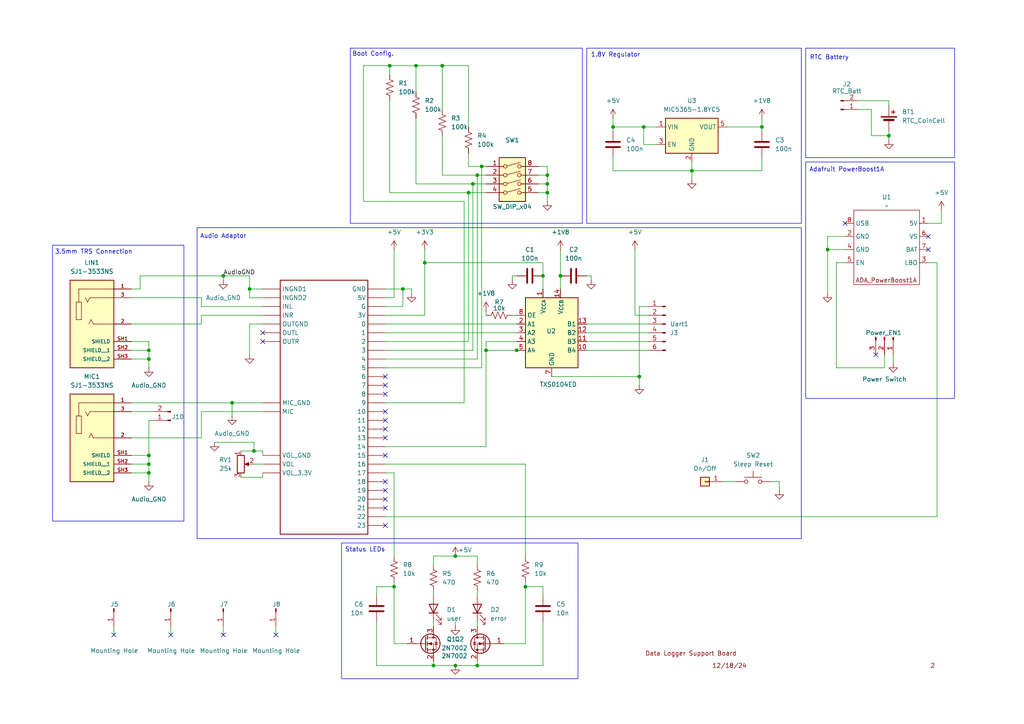
<source format=kicad_sch>
(kicad_sch (version 20250114) (generator "eeschema") (generator_version "9.0")
  (paper "A4")
  (lib_symbols
    (symbol "Audio:SJ1-3533NS" (pin_names (offset 1.016))
      (property "Reference" "J" (at -7.7005 10.9756 0))
      (property "Value" "SJ1-3533NS" (at -7.6873 -17.8265 0))
      (symbol "SJ1-3533NS_0_0"
        (pin passive line (at 10.16 7.62 180) (length 5.08) (name "~") (number "1"))
        (pin passive line (at 10.16 5.08 180) (length 5.08) (name "~") (number "3"))
        (pin passive line (at 10.16 -2.54 180) (length 5.08) (name "~") (number "2"))
        (pin passive line (at 10.16 -7.62 180) (length 5.08) (name "SHIELD") (number "SH1"))
        (pin passive line (at 10.16 -10.16 180) (length 5.08) (name "SHIELD__1") (number "SH2"))
        (pin passive line (at 10.16 -12.7 180) (length 5.08) (name "SHIELD__2") (number "SH3"))
      )
    )
    (symbol "Connector:Conn_01x01_Pin" (pin_names (offset 1.016) (hide yes))
      (property "Reference" "J" (at 0 2.54 0))
      (property "Value" "Conn_01x01_Pin" (at 0 -2.54 0))
      (symbol "Conn_01x01_Pin_1_1"
        (pin passive line (at 5.08 0 180) (length 3.81) (name "Pin_1") (number "1"))
      )
    )
    (symbol "Connector:Conn_01x02_Pin" (pin_names (offset 1.016) (hide yes))
      (property "Reference" "J" (at 0 2.54 0))
      (property "Value" "Conn_01x02_Pin" (at 0 -5.08 0))
      (symbol "Conn_01x02_Pin_1_1"
        (pin passive line (at 5.08 0 180) (length 3.81) (name "Pin_1") (number "1"))
        (pin passive line (at 5.08 -2.54 180) (length 3.81) (name "Pin_2") (number "2"))
      )
    )
    (symbol "Connector:Conn_01x03_Pin" (pin_names (offset 1.016) (hide yes))
      (property "Reference" "J" (at 0 5.08 0))
      (property "Value" "Conn_01x03_Pin" (at 0 -5.08 0))
      (symbol "Conn_01x03_Pin_1_1"
        (pin passive line (at 5.08 2.54 180) (length 3.81) (name "Pin_1") (number "1"))
        (pin passive line (at 5.08 0 180) (length 3.81) (name "Pin_2") (number "2"))
        (pin passive line (at 5.08 -2.54 180) (length 3.81) (name "Pin_3") (number "3"))
      )
    )
    (symbol "Connector:Conn_01x06_Pin" (pin_names (offset 1.016) (hide yes))
      (property "Reference" "J" (at 0 7.62 0))
      (property "Value" "Conn_01x06_Pin" (at 0 -10.16 0))
      (symbol "Conn_01x06_Pin_1_1"
        (pin passive line (at 5.08 5.08 180) (length 3.81) (name "Pin_1") (number "1"))
        (pin passive line (at 5.08 2.54 180) (length 3.81) (name "Pin_2") (number "2"))
        (pin passive line (at 5.08 0 180) (length 3.81) (name "Pin_3") (number "3"))
        (pin passive line (at 5.08 -2.54 180) (length 3.81) (name "Pin_4") (number "4"))
        (pin passive line (at 5.08 -5.08 180) (length 3.81) (name "Pin_5") (number "5"))
        (pin passive line (at 5.08 -7.62 180) (length 3.81) (name "Pin_6") (number "6"))
      )
    )
    (symbol "Connector_Generic:Conn_01x01" (pin_names (offset 1.016) (hide yes))
      (property "Reference" "J" (at 0 2.54 0))
      (property "Value" "Conn_01x01" (at 0 -2.54 0))
      (symbol "Conn_01x01_1_1"
        (pin passive line (at -5.08 0 0) (length 3.81) (name "Pin_1") (number "1"))
      )
    )
    (symbol "Dev_Boards:AUDIOSHIELD"
      (symbol "AUDIOSHIELD_1_0"
        (pin bidirectional line (at -17.78 35.56 0) (length 5.08) (name "GND") (number "GND"))
        (pin bidirectional line (at -17.78 33.02 0) (length 5.08) (name "5V") (number "5V"))
        (pin bidirectional line (at -17.78 30.48 0) (length 5.08) (name "G") (number "G"))
        (pin bidirectional line (at -17.78 27.94 0) (length 5.08) (name "3V") (number "3V"))
        (pin bidirectional line (at -17.78 25.4 0) (length 5.08) (name "0") (number "0"))
        (pin bidirectional line (at -17.78 22.86 0) (length 5.08) (name "1") (number "1"))
        (pin bidirectional line (at -17.78 20.32 0) (length 5.08) (name "2") (number "2"))
        (pin bidirectional line (at -17.78 17.78 0) (length 5.08) (name "3") (number "3"))
        (pin bidirectional line (at -17.78 15.24 0) (length 5.08) (name "4") (number "4"))
        (pin bidirectional line (at -17.78 12.7 0) (length 5.08) (name "5") (number "5"))
        (pin bidirectional line (at -17.78 10.16 0) (length 5.08) (name "6") (number "6"))
        (pin bidirectional line (at -17.78 7.62 0) (length 5.08) (name "7") (number "7"))
        (pin bidirectional line (at -17.78 5.08 0) (length 5.08) (name "8") (number "8"))
        (pin bidirectional line (at -17.78 2.54 0) (length 5.08) (name "9") (number "9"))
        (pin bidirectional line (at -17.78 0 0) (length 5.08) (name "10") (number "10"))
        (pin bidirectional line (at -17.78 -2.54 0) (length 5.08) (name "11") (number "11"))
        (pin bidirectional line (at -17.78 -5.08 0) (length 5.08) (name "12") (number "12"))
        (pin bidirectional line (at -17.78 -7.62 0) (length 5.08) (name "13") (number "13"))
        (pin bidirectional line (at -17.78 -10.16 0) (length 5.08) (name "14") (number "14"))
        (pin bidirectional line (at -17.78 -12.7 0) (length 5.08) (name "15") (number "15"))
        (pin bidirectional line (at -17.78 -15.24 0) (length 5.08) (name "16") (number "16"))
        (pin bidirectional line (at -17.78 -17.78 0) (length 5.08) (name "17") (number "17"))
        (pin bidirectional line (at -17.78 -20.32 0) (length 5.08) (name "18") (number "18"))
        (pin bidirectional line (at -17.78 -22.86 0) (length 5.08) (name "19") (number "19"))
        (pin bidirectional line (at -17.78 -25.4 0) (length 5.08) (name "20") (number "20"))
        (pin bidirectional line (at -17.78 -27.94 0) (length 5.08) (name "21") (number "21"))
        (pin bidirectional line (at -17.78 -30.48 0) (length 5.08) (name "22") (number "22"))
        (pin bidirectional line (at -17.78 -33.02 0) (length 5.08) (name "23") (number "23"))
        (pin bidirectional line (at 17.78 35.56 180) (length 5.08) (name "INGND1") (number "INGND1"))
        (pin bidirectional line (at 17.78 33.02 180) (length 5.08) (name "INGND2") (number "INGND2"))
        (pin input line (at 17.78 30.48 180) (length 5.08) (name "INL") (number "INL"))
        (pin input line (at 17.78 27.94 180) (length 5.08) (name "INR") (number "INR"))
        (pin bidirectional line (at 17.78 25.4 180) (length 5.08) (name "OUTGND") (number "OUTGND"))
        (pin output line (at 17.78 22.86 180) (length 5.08) (name "OUTL") (number "OUTL"))
        (pin output line (at 17.78 20.32 180) (length 5.08) (name "OUTR") (number "OUTR"))
        (pin bidirectional line (at 17.78 2.54 180) (length 5.08) (name "MIC_GND") (number "GND_MIC"))
        (pin input line (at 17.78 0 180) (length 5.08) (name "MIC") (number "MIC"))
        (pin bidirectional line (at 17.78 -12.7 180) (length 5.08) (name "VOL_GND") (number "VOL_GND"))
        (pin input line (at 17.78 -15.24 180) (length 5.08) (name "VOL") (number "VOL"))
        (pin bidirectional line (at 17.78 -17.78 180) (length 5.08) (name "VOL_3.3V") (number "VOL_3.3V"))
      )
    )
    (symbol "Dev_Boards:Ada_PWRboost1A"
      (property "Reference" "U" (at 1.016 8.89 0))
      (symbol "Ada_PWRboost1A_1_1"
        (text "ADA_PowerBoost1A" (at 1.778 -12.7 0) (effects (font (size 1.27 1.27))))
        (pin power_in line (at -10.16 3.81 0) (length 2.54) (name "USB") (number "8"))
        (pin power_in line (at -10.16 0 0) (length 2.54) (name "GND") (number "2"))
        (pin power_in line (at -10.16 -3.81 0) (length 2.54) (name "GND") (number "4"))
        (pin input line (at -10.16 -7.62 0) (length 2.54) (name "EN") (number "5"))
        (pin power_out line (at 13.97 3.81 180) (length 2.54) (name "5V") (number "1"))
        (pin power_out line (at 13.97 0 180) (length 2.54) (name "VS") (number "6"))
        (pin power_out line (at 13.97 -3.81 180) (length 2.54) (name "BAT") (number "7"))
        (pin output line (at 13.97 -7.62 180) (length 2.54) (name "LBO") (number "3"))
      )
    )
    (symbol "Device:Battery_Cell" (pin_numbers (hide yes)) (pin_names (offset 0) (hide yes))
      (property "Reference" "BT" (at 2.54 2.54 0))
      (property "Value" "Battery_Cell" (at 2.54 0 0))
      (symbol "Battery_Cell_1_1"
        (pin passive line (at 0 5.08 270) (length 2.54) (name "+") (number "1"))
        (pin passive line (at 0 -2.54 90) (length 2.54) (name "-") (number "2"))
      )
    )
    (symbol "Device:C" (pin_numbers (hide yes)) (pin_names (offset 0.254))
      (property "Reference" "C" (at 0.635 2.54 0))
      (property "Value" "C" (at 0.635 -2.54 0))
      (symbol "C_1_1"
        (pin passive line (at 0 3.81 270) (length 2.794) (name "~") (number "1"))
        (pin passive line (at 0 -3.81 90) (length 2.794) (name "~") (number "2"))
      )
    )
    (symbol "Device:LED" (pin_numbers (hide yes)) (pin_names (offset 1.016) (hide yes))
      (property "Reference" "D" (at 0 2.54 0))
      (property "Value" "LED" (at 0 -2.54 0))
      (symbol "LED_1_1"
        (pin passive line (at -3.81 0 0) (length 2.54) (name "K") (number "1"))
        (pin passive line (at 3.81 0 180) (length 2.54) (name "A") (number "2"))
      )
    )
    (symbol "Device:R_Potentiometer" (pin_names (offset 1.016) (hide yes))
      (property "Reference" "RV" (at -4.445 0 90))
      (property "Value" "R_Potentiometer" (at -2.54 0 90))
      (symbol "R_Potentiometer_1_1"
        (pin passive line (at 0 3.81 270) (length 1.27) (name "1") (number "1"))
        (pin passive line (at 0 -3.81 90) (length 1.27) (name "3") (number "3"))
        (pin passive line (at 3.81 0 180) (length 1.27) (name "2") (number "2"))
      )
    )
    (symbol "Device:R_US" (pin_numbers (hide yes)) (pin_names (offset 0))
      (property "Reference" "R" (at 2.54 0 90))
      (property "Value" "R_US" (at -2.54 0 90))
      (symbol "R_US_1_1"
        (pin passive line (at 0 3.81 270) (length 1.27) (name "~") (number "1"))
        (pin passive line (at 0 -3.81 90) (length 1.27) (name "~") (number "2"))
      )
    )
    (symbol "Logic_LevelTranslator:TXS0104ED"
      (property "Reference" "U" (at -7.62 11.43 0))
      (property "Value" "TXS0104ED" (at 3.81 11.43 0))
      (symbol "TXS0104ED_1_0"
        (pin no_connect line (at -7.62 -7.62 0) (length 2.54) (hide yes) (name "NC") (number "6"))
        (pin no_connect line (at 7.62 -7.62 180) (length 2.54) (hide yes) (name "NC") (number "9"))
      )
      (symbol "TXS0104ED_1_1"
        (pin input line (at -10.16 5.08 0) (length 2.54) (name "OE") (number "8"))
        (pin bidirectional line (at -10.16 2.54 0) (length 2.54) (name "A1") (number "2"))
        (pin bidirectional line (at -10.16 0 0) (length 2.54) (name "A2") (number "3"))
        (pin bidirectional line (at -10.16 -2.54 0) (length 2.54) (name "A3") (number "4"))
        (pin bidirectional line (at -10.16 -5.08 0) (length 2.54) (name "A4") (number "5"))
        (pin power_in line (at -2.54 12.7 270) (length 2.54) (name "V_{CCA}") (number "1"))
        (pin power_in line (at 0 -12.7 90) (length 2.54) (name "GND") (number "7"))
        (pin power_in line (at 2.54 12.7 270) (length 2.54) (name "V_{CCB}") (number "14"))
        (pin bidirectional line (at 10.16 2.54 180) (length 2.54) (name "B1") (number "13"))
        (pin bidirectional line (at 10.16 0 180) (length 2.54) (name "B2") (number "12"))
        (pin bidirectional line (at 10.16 -2.54 180) (length 2.54) (name "B3") (number "11"))
        (pin bidirectional line (at 10.16 -5.08 180) (length 2.54) (name "B4") (number "10"))
      )
    )
    (symbol "Regulator_Linear:MIC5365-3.3YC5"
      (property "Reference" "U" (at -6.35 6.35 0))
      (property "Value" "MIC5365-3.3YC5" (at 0 6.35 0))
      (symbol "MIC5365-3.3YC5_1_1"
        (pin power_in line (at -10.16 2.54 0) (length 2.54) (name "VIN") (number "1"))
        (pin input line (at -10.16 -2.54 0) (length 2.54) (name "EN") (number "3"))
        (pin power_in line (at 0 -7.62 90) (length 2.54) (name "GND") (number "2"))
        (pin no_connect line (at 7.62 -2.54 180) (length 2.54) (hide yes) (name "NC") (number "4"))
        (pin power_out line (at 10.16 2.54 180) (length 2.54) (name "VOUT") (number "5"))
      )
    )
    (symbol "Switch:SW_DIP_x04" (pin_names (offset 0) (hide yes))
      (property "Reference" "SW" (at 0 8.89 0))
      (property "Value" "SW_DIP_x04" (at 0 -6.35 0))
      (symbol "SW_DIP_x04_1_1"
        (pin passive line (at -7.62 5.08 0) (length 5.08) (name "~") (number "1"))
        (pin passive line (at -7.62 2.54 0) (length 5.08) (name "~") (number "2"))
        (pin passive line (at -7.62 0 0) (length 5.08) (name "~") (number "3"))
        (pin passive line (at -7.62 -2.54 0) (length 5.08) (name "~") (number "4"))
        (pin passive line (at 7.62 5.08 180) (length 5.08) (name "~") (number "8"))
        (pin passive line (at 7.62 2.54 180) (length 5.08) (name "~") (number "7"))
        (pin passive line (at 7.62 0 180) (length 5.08) (name "~") (number "6"))
        (pin passive line (at 7.62 -2.54 180) (length 5.08) (name "~") (number "5"))
      )
    )
    (symbol "Switch:SW_Push" (pin_numbers (hide yes)) (pin_names (offset 1.016) (hide yes))
      (property "Reference" "SW" (at 1.27 2.54 0))
      (property "Value" "SW_Push" (at 0 -1.524 0))
      (symbol "SW_Push_0_1"
        (pin passive line (at -5.08 0 0) (length 2.54) (name "1") (number "1"))
        (pin passive line (at 5.08 0 180) (length 2.54) (name "2") (number "2"))
      )
    )
    (symbol "Transistor_FET:2N7002" (pin_names (hide yes))
      (property "Reference" "Q" (at 5.08 1.905 0))
      (property "Value" "2N7002" (at 5.08 0 0))
      (symbol "2N7002_1_1"
        (pin input line (at -5.08 0 0) (length 2.54) (name "G") (number "1"))
        (pin passive line (at 2.54 5.08 270) (length 2.54) (name "D") (number "3"))
        (pin passive line (at 2.54 -5.08 90) (length 2.54) (name "S") (number "2"))
      )
    )
    (symbol "power:+1V8" (power) (pin_numbers (hide yes)) (pin_names (offset 0) (hide yes))
      (property "Value" "+1V8" (at 0 3.556 0))
      (symbol "+1V8_1_1"
        (pin power_in line (at 0 0 90) (length 0) (name "~") (number "1"))
      )
    )
    (symbol "power:+3V3" (power) (pin_numbers (hide yes)) (pin_names (offset 0) (hide yes))
      (property "Value" "+3V3" (at 0 3.556 0))
      (symbol "+3V3_1_1"
        (pin power_in line (at 0 0 90) (length 0) (name "~") (number "1"))
      )
    )
    (symbol "power:+5V" (power) (pin_numbers (hide yes)) (pin_names (offset 0) (hide yes))
      (property "Value" "+5V" (at 0 3.556 0))
      (symbol "+5V_1_1"
        (pin power_in line (at 0 0 90) (length 0) (name "~") (number "1"))
      )
    )
    (symbol "power:GND" (power) (pin_numbers (hide yes)) (pin_names (offset 0) (hide yes))
      (property "Value" "GND" (at 0 -3.81 0))
      (symbol "GND_1_1"
        (pin power_in line (at 0 0 270) (length 0) (name "~") (number "1"))
      )
    )
    (symbol "power:GND1" (power) (pin_numbers (hide yes)) (pin_names (offset 0) (hide yes))
      (property "Value" "GND1" (at 0 -3.81 0))
      (symbol "GND1_1_1"
        (pin power_in line (at 0 0 270) (length 0) (name "~") (number "1"))
      )
    )
  )
  (rectangle (start 99.06 157.48) (end 167.64 196.85))
  (rectangle (start 233.68 13.97) (end 276.86 45.72))
  (rectangle (start 170.18 13.97) (end 232.41 64.77))
  (rectangle (start 57.15 66.04) (end 232.41 156.21))
  (rectangle (start 233.68 46.99) (end 276.86 115.57))
  (rectangle (start 15.24 71.12) (end 53.34 151.13))
  (rectangle (start 101.6 13.97) (end 168.91 64.77))
  (text "Status LEDs" (at 105.918 159.512 0) (effects (font (size 1.27 1.27))))
  (text "3.5mm TRS Connection\n" (at 27.178 73.152 0) (effects (font (size 1.27 1.27))))
  (text "12/18/24" (at 211.582 193.294 0) (effects (font (size 1.27 1.27))))
  (text "Adafruit PowerBoost1A" (at 245.618 49.276 0) (effects (font (size 1.27 1.27))))
  (text "RTC Battery" (at 240.538 16.764 0) (effects (font (size 1.27 1.27))))
  (text "Audio Adaptor\n" (at 64.77 68.58 0) (effects (font (size 1.27 1.27))))
  (text "Boot Config." (at 108.204 15.748 0) (effects (font (size 1.27 1.27))))
  (text "1.8V Regulator" (at 178.562 16.002 0) (effects (font (size 1.27 1.27))))
  (text "2\n" (at 270.51 193.294 0) (effects (font (size 1.27 1.27))))
  (text "Data Logger Support Board" (at 200.406 189.738 0) (effects (font (size 1.27 1.27))))
  (junction (at 149.86 101.6))
  (junction (at 158.75 53.34))
  (junction (at 257.81 39.37))
  (junction (at 158.75 50.8))
  (junction (at 120.65 19.05))
  (junction (at 116.84 83.82))
  (junction (at 140.97 101.6))
  (junction (at 73.66 130.81))
  (junction (at 67.31 116.84))
  (junction (at 132.08 193.04))
  (junction (at 138.43 50.8))
  (junction (at 123.19 76.2))
  (junction (at 240.03 72.39))
  (junction (at 64.77 80.01))
  (junction (at 220.98 36.83))
  (junction (at 162.56 80.01))
  (junction (at 113.03 19.05))
  (junction (at 185.42 109.22))
  (junction (at 158.75 55.88))
  (junction (at 43.18 101.6))
  (junction (at 137.16 53.34))
  (junction (at 200.66 49.53))
  (junction (at 132.08 161.29))
  (junction (at 139.7 48.26))
  (junction (at 43.18 132.08))
  (junction (at 43.18 134.62))
  (junction (at 72.39 83.82))
  (junction (at 177.8 36.83))
  (junction (at 43.18 137.16))
  (junction (at 186.69 36.83))
  (junction (at 128.27 19.05))
  (junction (at 138.43 193.04))
  (junction (at 114.3 170.18))
  (junction (at 135.89 55.88))
  (junction (at 152.4 170.18))
  (junction (at 157.48 80.01))
  (junction (at 125.73 193.04))
  (junction (at 43.18 104.14))
  (no_connect (at 76.2 96.52))
  (no_connect (at 111.76 144.78))
  (no_connect (at 269.24 68.58))
  (no_connect (at 269.24 72.39))
  (no_connect (at 245.11 64.77))
  (no_connect (at 111.76 127))
  (no_connect (at 33.02 184.15))
  (no_connect (at 111.76 147.32))
  (no_connect (at 111.76 111.76))
  (no_connect (at 49.53 184.15))
  (no_connect (at 111.76 142.24))
  (no_connect (at 111.76 124.46))
  (no_connect (at 64.77 184.15))
  (no_connect (at 111.76 152.4))
  (no_connect (at 111.76 132.08))
  (no_connect (at 111.76 109.22))
  (no_connect (at 111.76 121.92))
  (no_connect (at 76.2 99.06))
  (no_connect (at 111.76 119.38))
  (no_connect (at 80.01 184.15))
  (no_connect (at 111.76 139.7))
  (no_connect (at 111.76 114.3))
  (no_connect (at 254 102.87))
  (wire (pts (xy 137.16 53.34) (xy 140.97 53.34)))
  (wire (pts (xy 156.21 50.8) (xy 158.75 50.8)))
  (wire (pts (xy 220.98 34.29) (xy 220.98 36.83)))
  (wire (pts (xy 185.42 88.9) (xy 185.42 109.22)))
  (wire (pts (xy 140.97 99.06) (xy 149.86 99.06)))
  (wire (pts (xy 72.39 80.01) (xy 72.39 83.82)))
  (wire (pts (xy 149.86 101.6) (xy 151.13 101.6)))
  (wire (pts (xy 158.75 53.34) (xy 158.75 55.88)))
  (wire (pts (xy 170.18 96.52) (xy 187.96 96.52)))
  (wire (pts (xy 132.08 180.34) (xy 132.08 181.61)))
  (wire (pts (xy 186.69 36.83) (xy 177.8 36.83)))
  (wire (pts (xy 135.89 55.88) (xy 140.97 55.88)))
  (wire (pts (xy 170.18 101.6) (xy 187.96 101.6)))
  (wire (pts (xy 257.81 29.21) (xy 257.81 30.48)))
  (wire (pts (xy 116.84 88.9) (xy 116.84 83.82)))
  (wire (pts (xy 116.84 83.82) (xy 119.38 83.82)))
  (wire (pts (xy 111.76 137.16) (xy 114.3 137.16)))
  (wire (pts (xy 38.1 134.62) (xy 43.18 134.62)))
  (wire (pts (xy 140.97 99.06) (xy 140.97 101.6)))
  (wire (pts (xy 210.82 36.83) (xy 220.98 36.83)))
  (wire (pts (xy 269.24 64.77) (xy 273.05 64.77)))
  (wire (pts (xy 111.76 101.6) (xy 137.16 101.6)))
  (wire (pts (xy 162.56 80.01) (xy 162.56 83.82)))
  (wire (pts (xy 43.18 137.16) (xy 43.18 139.7)))
  (wire (pts (xy 138.43 193.04) (xy 157.48 193.04)))
  (wire (pts (xy 269.24 76.2) (xy 271.78 76.2)))
  (wire (pts (xy 62.23 128.27) (xy 73.66 128.27)))
  (wire (pts (xy 245.11 68.58) (xy 240.03 68.58)))
  (wire (pts (xy 120.65 53.34) (xy 137.16 53.34)))
  (wire (pts (xy 72.39 83.82) (xy 72.39 86.36)))
  (wire (pts (xy 185.42 109.22) (xy 185.42 111.76)))
  (wire (pts (xy 114.3 170.18) (xy 114.3 186.69)))
  (wire (pts (xy 138.43 161.29) (xy 138.43 163.83)))
  (wire (pts (xy 259.08 102.87) (xy 259.08 105.41)))
  (wire (pts (xy 209.55 139.7) (xy 213.36 139.7)))
  (wire (pts (xy 58.42 127) (xy 58.42 119.38)))
  (wire (pts (xy 149.86 80.01) (xy 148.59 80.01)))
  (wire (pts (xy 157.48 180.34) (xy 157.48 193.04)))
  (wire (pts (xy 111.76 86.36) (xy 114.3 86.36)))
  (wire (pts (xy 111.76 96.52) (xy 149.86 96.52)))
  (wire (pts (xy 73.66 130.81) (xy 76.2 130.81)))
  (wire (pts (xy 139.7 48.26) (xy 139.7 106.68)))
  (wire (pts (xy 123.19 76.2) (xy 157.48 76.2)))
  (wire (pts (xy 125.73 193.04) (xy 132.08 193.04)))
  (wire (pts (xy 200.66 49.53) (xy 220.98 49.53)))
  (wire (pts (xy 158.75 50.8) (xy 158.75 53.34)))
  (wire (pts (xy 148.59 80.01) (xy 148.59 81.28)))
  (wire (pts (xy 76.2 93.98) (xy 72.39 93.98)))
  (wire (pts (xy 113.03 19.05) (xy 120.65 19.05)))
  (wire (pts (xy 38.1 101.6) (xy 43.18 101.6)))
  (wire (pts (xy 67.31 116.84) (xy 76.2 116.84)))
  (wire (pts (xy 220.98 49.53) (xy 220.98 45.72)))
  (wire (pts (xy 109.22 180.34) (xy 109.22 193.04)))
  (wire (pts (xy 72.39 93.98) (xy 72.39 102.87)))
  (wire (pts (xy 38.1 119.38) (xy 44.45 119.38)))
  (wire (pts (xy 73.66 134.62) (xy 76.2 134.62)))
  (wire (pts (xy 111.76 91.44) (xy 123.19 91.44)))
  (wire (pts (xy 58.42 119.38) (xy 76.2 119.38)))
  (wire (pts (xy 177.8 49.53) (xy 200.66 49.53)))
  (wire (pts (xy 156.21 48.26) (xy 158.75 48.26)))
  (wire (pts (xy 38.1 83.82) (xy 40.64 83.82)))
  (wire (pts (xy 157.48 172.72) (xy 157.48 170.18)))
  (wire (pts (xy 111.76 106.68) (xy 139.7 106.68)))
  (wire (pts (xy 105.41 19.05) (xy 113.03 19.05)))
  (wire (pts (xy 152.4 170.18) (xy 157.48 170.18)))
  (wire (pts (xy 43.18 134.62) (xy 43.18 137.16)))
  (wire (pts (xy 111.76 134.62) (xy 152.4 134.62)))
  (wire (pts (xy 177.8 34.29) (xy 177.8 36.83)))
  (wire (pts (xy 242.57 76.2) (xy 242.57 106.68)))
  (wire (pts (xy 111.76 104.14) (xy 138.43 104.14)))
  (wire (pts (xy 111.76 99.06) (xy 135.89 99.06)))
  (wire (pts (xy 67.31 116.84) (xy 67.31 120.65)))
  (wire (pts (xy 139.7 48.26) (xy 140.97 48.26)))
  (wire (pts (xy 128.27 50.8) (xy 138.43 50.8)))
  (wire (pts (xy 138.43 50.8) (xy 140.97 50.8)))
  (wire (pts (xy 242.57 106.68) (xy 256.54 106.68)))
  (wire (pts (xy 125.73 161.29) (xy 125.73 163.83)))
  (wire (pts (xy 257.81 38.1) (xy 257.81 39.37)))
  (wire (pts (xy 157.48 80.01) (xy 157.48 76.2)))
  (wire (pts (xy 43.18 104.14) (xy 43.18 106.68)))
  (wire (pts (xy 132.08 193.04) (xy 138.43 193.04)))
  (wire (pts (xy 248.92 31.75) (xy 252.73 31.75)))
  (wire (pts (xy 177.8 36.83) (xy 177.8 38.1)))
  (wire (pts (xy 114.3 86.36) (xy 114.3 72.39)))
  (wire (pts (xy 40.64 80.01) (xy 64.77 80.01)))
  (wire (pts (xy 271.78 149.86) (xy 111.76 149.86)))
  (wire (pts (xy 114.3 168.91) (xy 114.3 170.18)))
  (wire (pts (xy 125.73 191.77) (xy 125.73 193.04)))
  (wire (pts (xy 33.02 181.61) (xy 33.02 184.15)))
  (wire (pts (xy 200.66 46.99) (xy 200.66 49.53)))
  (wire (pts (xy 132.08 161.29) (xy 138.43 161.29)))
  (wire (pts (xy 158.75 48.26) (xy 158.75 50.8)))
  (wire (pts (xy 257.81 39.37) (xy 257.81 40.64)))
  (wire (pts (xy 113.03 55.88) (xy 135.89 55.88)))
  (wire (pts (xy 170.18 99.06) (xy 187.96 99.06)))
  (wire (pts (xy 187.96 91.44) (xy 184.15 91.44)))
  (wire (pts (xy 111.76 83.82) (xy 116.84 83.82)))
  (wire (pts (xy 111.76 116.84) (xy 134.62 116.84)))
  (wire (pts (xy 119.38 83.82) (xy 119.38 85.09)))
  (wire (pts (xy 152.4 168.91) (xy 152.4 170.18)))
  (wire (pts (xy 256.54 106.68) (xy 256.54 102.87)))
  (wire (pts (xy 118.11 186.69) (xy 114.3 186.69)))
  (wire (pts (xy 248.92 29.21) (xy 257.81 29.21)))
  (wire (pts (xy 200.66 49.53) (xy 200.66 52.07)))
  (wire (pts (xy 76.2 86.36) (xy 72.39 86.36)))
  (wire (pts (xy 134.62 58.42) (xy 134.62 116.84)))
  (wire (pts (xy 190.5 36.83) (xy 186.69 36.83)))
  (wire (pts (xy 177.8 45.72) (xy 177.8 49.53)))
  (wire (pts (xy 40.64 83.82) (xy 40.64 80.01)))
  (wire (pts (xy 64.77 81.28) (xy 64.77 80.01)))
  (wire (pts (xy 69.85 130.81) (xy 73.66 130.81)))
  (wire (pts (xy 111.76 93.98) (xy 149.86 93.98)))
  (wire (pts (xy 135.89 55.88) (xy 135.89 99.06)))
  (wire (pts (xy 220.98 36.83) (xy 220.98 38.1)))
  (wire (pts (xy 223.52 139.7) (xy 226.06 139.7)))
  (wire (pts (xy 190.5 41.91) (xy 186.69 41.91)))
  (wire (pts (xy 64.77 181.61) (xy 64.77 184.15)))
  (wire (pts (xy 69.85 138.43) (xy 76.2 138.43)))
  (wire (pts (xy 64.77 80.01) (xy 72.39 80.01)))
  (wire (pts (xy 38.1 93.98) (xy 58.42 93.98)))
  (wire (pts (xy 158.75 55.88) (xy 158.75 58.42)))
  (wire (pts (xy 109.22 170.18) (xy 114.3 170.18)))
  (wire (pts (xy 43.18 121.92) (xy 43.18 132.08)))
  (wire (pts (xy 111.76 88.9) (xy 116.84 88.9)))
  (wire (pts (xy 140.97 90.17) (xy 140.97 91.44)))
  (wire (pts (xy 38.1 116.84) (xy 67.31 116.84)))
  (wire (pts (xy 109.22 172.72) (xy 109.22 170.18)))
  (wire (pts (xy 135.89 48.26) (xy 139.7 48.26)))
  (wire (pts (xy 135.89 19.05) (xy 135.89 36.83)))
  (wire (pts (xy 128.27 50.8) (xy 128.27 39.37)))
  (wire (pts (xy 138.43 191.77) (xy 138.43 193.04)))
  (wire (pts (xy 140.97 101.6) (xy 140.97 129.54)))
  (wire (pts (xy 58.42 88.9) (xy 76.2 88.9)))
  (wire (pts (xy 128.27 19.05) (xy 135.89 19.05)))
  (wire (pts (xy 273.05 60.96) (xy 273.05 64.77)))
  (wire (pts (xy 76.2 130.81) (xy 76.2 132.08)))
  (wire (pts (xy 38.1 137.16) (xy 43.18 137.16)))
  (wire (pts (xy 125.73 161.29) (xy 132.08 161.29)))
  (wire (pts (xy 157.48 83.82) (xy 157.48 80.01)))
  (wire (pts (xy 138.43 180.34) (xy 138.43 181.61)))
  (wire (pts (xy 113.03 55.88) (xy 113.03 29.21)))
  (wire (pts (xy 226.06 139.7) (xy 226.06 142.24)))
  (wire (pts (xy 58.42 93.98) (xy 58.42 91.44)))
  (wire (pts (xy 156.21 55.88) (xy 158.75 55.88)))
  (wire (pts (xy 73.66 128.27) (xy 73.66 130.81)))
  (wire (pts (xy 125.73 180.34) (xy 125.73 181.61)))
  (wire (pts (xy 128.27 19.05) (xy 128.27 31.75)))
  (wire (pts (xy 58.42 88.9) (xy 58.42 86.36)))
  (wire (pts (xy 113.03 21.59) (xy 113.03 19.05)))
  (wire (pts (xy 38.1 104.14) (xy 43.18 104.14)))
  (wire (pts (xy 134.62 58.42) (xy 105.41 58.42)))
  (wire (pts (xy 252.73 39.37) (xy 257.81 39.37)))
  (wire (pts (xy 125.73 171.45) (xy 125.73 172.72)))
  (wire (pts (xy 114.3 137.16) (xy 114.3 161.29)))
  (wire (pts (xy 171.45 80.01) (xy 171.45 81.28)))
  (wire (pts (xy 162.56 72.39) (xy 162.56 80.01)))
  (wire (pts (xy 120.65 19.05) (xy 120.65 26.67)))
  (wire (pts (xy 187.96 88.9) (xy 185.42 88.9)))
  (wire (pts (xy 120.65 53.34) (xy 120.65 34.29)))
  (wire (pts (xy 240.03 68.58) (xy 240.03 72.39)))
  (wire (pts (xy 43.18 101.6) (xy 43.18 104.14)))
  (wire (pts (xy 120.65 19.05) (xy 128.27 19.05)))
  (wire (pts (xy 38.1 132.08) (xy 43.18 132.08)))
  (wire (pts (xy 252.73 31.75) (xy 252.73 39.37)))
  (wire (pts (xy 152.4 170.18) (xy 152.4 186.69)))
  (wire (pts (xy 137.16 53.34) (xy 137.16 101.6)))
  (wire (pts (xy 80.01 181.61) (xy 80.01 184.15)))
  (wire (pts (xy 186.69 41.91) (xy 186.69 36.83)))
  (wire (pts (xy 138.43 171.45) (xy 138.43 172.72)))
  (wire (pts (xy 123.19 76.2) (xy 123.19 91.44)))
  (wire (pts (xy 156.21 53.34) (xy 158.75 53.34)))
  (wire (pts (xy 38.1 99.06) (xy 43.18 99.06)))
  (wire (pts (xy 123.19 72.39) (xy 123.19 76.2)))
  (wire (pts (xy 242.57 76.2) (xy 245.11 76.2)))
  (wire (pts (xy 38.1 86.36) (xy 58.42 86.36)))
  (wire (pts (xy 184.15 91.44) (xy 184.15 72.39)))
  (wire (pts (xy 109.22 193.04) (xy 125.73 193.04)))
  (wire (pts (xy 138.43 50.8) (xy 138.43 104.14)))
  (wire (pts (xy 76.2 138.43) (xy 76.2 137.16)))
  (wire (pts (xy 152.4 134.62) (xy 152.4 161.29)))
  (wire (pts (xy 271.78 76.2) (xy 271.78 149.86)))
  (wire (pts (xy 140.97 101.6) (xy 149.86 101.6)))
  (wire (pts (xy 170.18 93.98) (xy 187.96 93.98)))
  (wire (pts (xy 140.97 129.54) (xy 111.76 129.54)))
  (wire (pts (xy 135.89 44.45) (xy 135.89 48.26)))
  (wire (pts (xy 152.4 186.69) (xy 146.05 186.69)))
  (wire (pts (xy 148.59 91.44) (xy 149.86 91.44)))
  (wire (pts (xy 43.18 132.08) (xy 43.18 134.62)))
  (wire (pts (xy 38.1 127) (xy 58.42 127)))
  (wire (pts (xy 44.45 121.92) (xy 43.18 121.92)))
  (wire (pts (xy 76.2 83.82) (xy 72.39 83.82)))
  (wire (pts (xy 160.02 109.22) (xy 185.42 109.22)))
  (wire (pts (xy 240.03 72.39) (xy 245.11 72.39)))
  (wire (pts (xy 43.18 99.06) (xy 43.18 101.6)))
  (wire (pts (xy 58.42 91.44) (xy 76.2 91.44)))
  (wire (pts (xy 240.03 72.39) (xy 240.03 85.09)))
  (wire (pts (xy 49.53 181.61) (xy 49.53 184.15)))
  (wire (pts (xy 170.18 80.01) (xy 171.45 80.01)))
  (wire (pts (xy 105.41 58.42) (xy 105.41 19.05)))
  (label "AudioGND" (at 64.77 80.01 0))
  (symbol (lib_id "power:GND") (at 257.81 40.64 0) (unit 1)
    (property "Reference" "#PWR01" (effects (hide yes)))
    (property "Value" "GND" (effects (hide yes)))
    (property "Description" "Power symbol creates a global label with name \"GND\" , ground" (effects (hide yes)))
  )
  (symbol (lib_id "power:GND1") (at 67.31 120.65 0) (unit 1)
    (property "Reference" "#PWR029" (effects (hide yes)))
    (property "Value" "Audio_GND" (at 67.31 125.73 0))
    (property "Description" "Power symbol creates a global label with name \"GND1\" , ground" (effects (hide yes)))
  )
  (symbol (lib_id "power:+5V") (at 273.05 60.96 0) (unit 1)
    (property "Reference" "#PWR08" (effects (hide yes)))
    (property "Value" "+5V" (at 273.05 55.88 0))
    (property "Description" "Power symbol creates a global label with name \"+5V\"" (effects (hide yes)))
  )
  (symbol (lib_id "power:+3V3") (at 123.19 72.39 0) (unit 1)
    (property "Reference" "#PWR07" (effects (hide yes)))
    (property "Value" "+3V3" (at 123.19 67.31 0))
    (property "Description" "Power symbol creates a global label with name \"+3V3\"" (effects (hide yes)))
  )
  (symbol (lib_id "power:GND") (at 132.08 181.61 0) (unit 1)
    (property "Reference" "#PWR013" (effects (hide yes)))
    (property "Value" "GND" (effects (hide yes)))
    (property "Description" "Power symbol creates a global label with name \"GND\" , ground" (effects (hide yes)))
  )
  (symbol (lib_id "Connector:Conn_01x02_Pin") (at 243.84 31.75 0) (mirror x) (unit 1) (in_bom no)
    (property "Reference" "J2" (at 245.618 24.384 0))
    (property "Value" "RTC_Batt" (at 245.618 26.416 0))
    (property "Footprint" "Connector_PinHeader_2.54mm:PinHeader_1x02_P2.54mm_Vertical" (effects (hide yes)))
    (property "Description" "Generic connector, single row, 01x02, script generated" (effects (hide yes)))
  )
  (symbol (lib_id "power:+5V") (at 132.08 161.29 0) (unit 1)
    (property "Reference" "#PWR031" (effects (hide yes)))
    (property "Value" "+5V" (at 134.874 159.512 0))
    (property "Description" "Power symbol creates a global label with name \"+5V\"" (effects (hide yes)))
  )
  (symbol (lib_id "Connector:Conn_01x01_Pin") (at 64.77 176.53 270) (unit 1)
    (property "Reference" "J7" (at 63.754 175.26 90) (effects (justify left)))
    (property "Value" "Mounting Hole" (at 57.912 188.722 90) (effects (justify left)))
    (property "Footprint" "MountingHole:MountingHole_3.2mm_M3_Pad_Via" (effects (hide yes)))
    (property "Description" "Generic connector, single row, 01x01, script generated" (effects (hide yes)))
  )
  (symbol (lib_id "power:+5V") (at 177.8 34.29 0) (unit 1)
    (property "Reference" "#PWR025" (effects (hide yes)))
    (property "Value" "+5V" (at 177.8 29.21 0))
    (property "Description" "Power symbol creates a global label with name \"+5V\"" (effects (hide yes)))
  )
  (symbol (lib_id "Device:R_US") (at 113.03 25.4 0) (unit 1)
    (property "Reference" "R1" (at 115.57 24.1299 0) (effects (justify left)))
    (property "Value" "100k" (at 115.57 26.6699 0) (effects (justify left)))
    (property "Footprint" "Resistor_SMD:R_0805_2012Metric_Pad1.20x1.40mm_HandSolder" (effects (hide yes)))
    (property "Description" "Resistor, US symbol" (effects (hide yes)))
  )
  (symbol (lib_id "Transistor_FET:2N7002") (at 140.97 186.69 0) (mirror y) (unit 1)
    (property "Reference" "Q2" (at 134.62 185.4199 0) (effects (justify left)))
    (property "Value" "2N7002" (at 135.636 187.96 0) (effects (justify left)))
    (property "Footprint" "Package_TO_SOT_SMD:SOT-23" (effects (hide yes)))
    (property "Datasheet" "https://www.onsemi.com/pub/Collateral/NDS7002A-D.PDF" (effects (hide yes)))
    (property "Description" "0.115A Id, 60V Vds, N-Channel MOSFET, SOT-23" (effects (hide yes)))
  )
  (symbol (lib_id "power:GND") (at 171.45 81.28 0) (unit 1)
    (property "Reference" "#PWR021" (effects (hide yes)))
    (property "Value" "GND" (effects (hide yes)))
    (property "Description" "Power symbol creates a global label with name \"GND\" , ground" (effects (hide yes)))
  )
  (symbol (lib_id "Device:C") (at 109.22 176.53 0) (mirror x) (unit 1)
    (property "Reference" "C6" (at 105.41 175.2599 0) (effects (justify right)))
    (property "Value" "10n" (at 105.41 177.7999 0) (effects (justify right)))
    (property "Footprint" "Capacitor_SMD:C_0805_2012Metric_Pad1.18x1.45mm_HandSolder" (effects (hide yes)))
    (property "Description" "Unpolarized capacitor" (effects (hide yes)))
  )
  (symbol (lib_id "Connector:Conn_01x06_Pin") (at 193.04 93.98 0) (mirror y) (unit 1)
    (property "Reference" "J3" (at 194.31 96.5201 0) (effects (justify right)))
    (property "Value" "Uart1" (at 194.31 93.9801 0) (effects (justify right)))
    (property "Footprint" "Connector_PinHeader_2.54mm:PinHeader_1x06_P2.54mm_Vertical" (effects (hide yes)))
    (property "Description" "Generic connector, single row, 01x06, script generated" (effects (hide yes)))
  )
  (symbol (lib_id "power:GND") (at 240.03 85.09 0) (unit 1)
    (property "Reference" "#PWR06" (effects (hide yes)))
    (property "Value" "GND" (effects (hide yes)))
    (property "Description" "Power symbol creates a global label with name \"GND\" , ground" (effects (hide yes)))
  )
  (symbol (lib_id "power:+1V8") (at 220.98 34.29 0) (unit 1)
    (property "Reference" "#PWR026" (effects (hide yes)))
    (property "Value" "+1V8" (at 220.98 29.21 0))
    (property "Description" "Power symbol creates a global label with name \"+1V8\"" (effects (hide yes)))
  )
  (symbol (lib_id "Audio:SJ1-3533NS") (at 27.94 91.44 0) (unit 1)
    (property "Reference" "LIN1" (at 26.67 76.2 0))
    (property "Value" "SJ1-3533NS" (at 26.67 78.74 0))
    (property "Footprint" "Connector_Audio:CUI_SJ1-3533NS" (effects (hide yes)))
    (property "PARTREV" "1.04" (effects (hide yes)))
    (property "STANDARD" "Manufacturer Recommendations" (effects (hide yes)))
    (property "MAXIMUM_PACKAGE_HEIGHT" "12.95mm" (effects (hide yes)))
    (property "MANUFACTURER" "CUI Devices" (effects (hide yes)))
  )
  (symbol (lib_id "power:GND") (at 226.06 142.24 0) (unit 1)
    (property "Reference" "#PWR020" (effects (hide yes)))
    (property "Value" "GND" (effects (hide yes)))
    (property "Description" "Power symbol creates a global label with name \"GND\" , ground" (effects (hide yes)))
  )
  (symbol (lib_id "Device:C") (at 166.37 80.01 90) (unit 1)
    (property "Reference" "C2" (at 166.37 72.39 90))
    (property "Value" "100n" (at 166.37 74.93 90))
    (property "Footprint" "Capacitor_SMD:C_0805_2012Metric_Pad1.18x1.45mm_HandSolder" (effects (hide yes)))
    (property "Description" "Unpolarized capacitor" (effects (hide yes)))
  )
  (symbol (lib_id "Connector_Generic:Conn_01x01") (at 204.47 139.7 180) (unit 1)
    (property "Reference" "J1" (at 204.47 133.35 0))
    (property "Value" "On/Off" (at 204.47 135.89 0))
    (property "Footprint" "Connector_PinSocket_2.54mm:PinSocket_1x01_P2.54mm_Vertical" (effects (hide yes)))
    (property "Description" "Generic connector, single row, 01x01, script generated (kicad-library-utils/schlib/autogen/connector/)" (effects (hide yes)))
  )
  (symbol (lib_id "Connector:Conn_01x01_Pin") (at 49.53 176.53 270) (unit 1)
    (property "Reference" "J6" (at 48.514 175.26 90) (effects (justify left)))
    (property "Value" "Mounting Hole" (at 42.672 188.722 90) (effects (justify left)))
    (property "Footprint" "MountingHole:MountingHole_3.2mm_M3_Pad_Via" (effects (hide yes)))
    (property "Description" "Generic connector, single row, 01x01, script generated" (effects (hide yes)))
  )
  (symbol (lib_id "power:+1V8") (at 140.97 90.17 0) (unit 1)
    (property "Reference" "#PWR024" (effects (hide yes)))
    (property "Value" "+1V8" (at 140.97 85.09 0))
    (property "Description" "Power symbol creates a global label with name \"+1V8\"" (effects (hide yes)))
  )
  (symbol (lib_id "Device:LED") (at 138.43 176.53 90) (unit 1)
    (property "Reference" "D2" (at 142.24 176.8474 90) (effects (justify right)))
    (property "Value" "error" (at 142.24 179.3874 90) (effects (justify right)))
    (property "Footprint" "LED_SMD:LED_0805_2012Metric_Pad1.15x1.40mm_HandSolder" (effects (hide yes)))
    (property "Description" "Light emitting diode" (effects (hide yes)))
  )
  (symbol (lib_id "Device:R_US") (at 125.73 167.64 0) (unit 1)
    (property "Reference" "R5" (at 128.27 166.3699 0) (effects (justify left)))
    (property "Value" "470" (at 128.27 168.9099 0) (effects (justify left)))
    (property "Footprint" "Resistor_SMD:R_0805_2012Metric_Pad1.20x1.40mm_HandSolder" (effects (hide yes)))
    (property "Description" "Resistor, US symbol" (effects (hide yes)))
  )
  (symbol (lib_id "Device:R_US") (at 152.4 165.1 0) (unit 1)
    (property "Reference" "R9" (at 154.94 163.8299 0) (effects (justify left)))
    (property "Value" "10k" (at 154.94 166.3699 0) (effects (justify left)))
    (property "Footprint" "Resistor_SMD:R_0805_2012Metric_Pad1.20x1.40mm_HandSolder" (effects (hide yes)))
    (property "Description" "Resistor, US symbol" (effects (hide yes)))
  )
  (symbol (lib_id "Device:R_Potentiometer") (at 69.85 134.62 0) (unit 1)
    (property "Reference" "RV1" (at 67.31 133.3499 0) (effects (justify right)))
    (property "Value" "25k" (at 67.31 135.8899 0) (effects (justify right)))
    (property "Description" "Potentiometer" (effects (hide yes)))
  )
  (symbol (lib_id "Device:R_US") (at 114.3 165.1 0) (unit 1)
    (property "Reference" "R8" (at 116.84 163.8299 0) (effects (justify left)))
    (property "Value" "10k" (at 116.84 166.3699 0) (effects (justify left)))
    (property "Footprint" "Resistor_SMD:R_0805_2012Metric_Pad1.20x1.40mm_HandSolder" (effects (hide yes)))
    (property "Description" "Resistor, US symbol" (effects (hide yes)))
  )
  (symbol (lib_id "power:GND1") (at 43.18 106.68 0) (unit 1)
    (property "Reference" "#PWR033" (effects (hide yes)))
    (property "Value" "Audio_GND" (at 43.18 111.76 0))
    (property "Description" "Power symbol creates a global label with name \"GND1\" , ground" (effects (hide yes)))
  )
  (symbol (lib_id "Connector:Conn_01x02_Pin") (at 49.53 121.92 180) (unit 1)
    (property "Reference" "J10" (at 49.784 120.904 0) (effects (justify right)))
    (property "Value" "Conn_01x02_Pin" (effects (hide yes)))
    (property "Footprint" "Jumper:SolderJumper-2_P1.3mm_Open_RoundedPad1.0x1.5mm" (effects (hide yes)))
    (property "Description" "Generic connector, single row, 01x02, script generated" (effects (hide yes)))
  )
  (symbol (lib_id "Transistor_FET:2N7002") (at 123.19 186.69 0) (unit 1)
    (property "Reference" "Q1" (at 129.54 185.4199 0) (effects (justify left)))
    (property "Value" "2N7002" (at 128.016 190.246 0) (effects (justify left)))
    (property "Footprint" "Package_TO_SOT_SMD:SOT-23" (effects (hide yes)))
    (property "Datasheet" "https://www.onsemi.com/pub/Collateral/NDS7002A-D.PDF" (effects (hide yes)))
    (property "Description" "0.115A Id, 60V Vds, N-Channel MOSFET, SOT-23" (effects (hide yes)))
  )
  (symbol (lib_id "power:GND") (at 185.42 111.76 0) (unit 1)
    (property "Reference" "#PWR028" (effects (hide yes)))
    (property "Value" "GND" (effects (hide yes)))
    (property "Description" "Power symbol creates a global label with name \"GND\" , ground" (effects (hide yes)))
  )
  (symbol (lib_id "Device:Battery_Cell") (at 257.81 35.56 0) (unit 1)
    (property "Reference" "BT1" (at 261.62 32.4484 0) (effects (justify left)))
    (property "Value" "RTC_CoinCell" (at 261.62 34.9884 0) (effects (justify left)))
    (property "Footprint" "Battery:BatteryHolder_Keystone_3034_1x20mm" (effects (hide yes)))
    (property "Description" "Single-cell battery" (effects (hide yes)))
  )
  (symbol (lib_id "power:+5V") (at 114.3 72.39 0) (unit 1)
    (property "Reference" "#PWR09" (effects (hide yes)))
    (property "Value" "+5V" (at 114.3 67.31 0))
    (property "Description" "Power symbol creates a global label with name \"+5V\"" (effects (hide yes)))
  )
  (symbol (lib_id "Connector:Conn_01x01_Pin") (at 80.01 176.53 270) (unit 1)
    (property "Reference" "J8" (at 78.994 175.26 90) (effects (justify left)))
    (property "Value" "Mounting Hole" (at 73.152 188.722 90) (effects (justify left)))
    (property "Footprint" "MountingHole:MountingHole_3.2mm_M3_Pad_Via" (effects (hide yes)))
    (property "Description" "Generic connector, single row, 01x01, script generated" (effects (hide yes)))
  )
  (symbol (lib_id "Dev_Boards:AUDIOSHIELD") (at 93.98 119.38 0) (mirror y) (unit 1)
    (property "Reference" "T1" (effects (hide yes)))
    (property "Footprint" "Dev_boards:AUDIOSHIELD" (effects (hide yes)))
    (property "Description" "Teensy 3 Audioshield by PJRC.COM" (effects (hide yes)))
  )
  (symbol (lib_id "power:GND") (at 72.39 102.87 0) (unit 1)
    (property "Reference" "#PWR05" (effects (hide yes)))
    (property "Value" "GND" (effects (hide yes)))
    (property "Description" "Power symbol creates a global label with name \"GND\" , ground" (effects (hide yes)))
  )
  (symbol (lib_id "Device:R_US") (at 138.43 167.64 0) (unit 1)
    (property "Reference" "R6" (at 140.97 166.3699 0) (effects (justify left)))
    (property "Value" "470" (at 140.97 168.9099 0) (effects (justify left)))
    (property "Footprint" "Resistor_SMD:R_0805_2012Metric_Pad1.20x1.40mm_HandSolder" (effects (hide yes)))
    (property "Description" "Resistor, US symbol" (effects (hide yes)))
  )
  (symbol (lib_id "power:+5V") (at 184.15 72.39 0) (unit 1)
    (property "Reference" "#PWR010" (effects (hide yes)))
    (property "Value" "+5V" (at 184.15 67.31 0))
    (property "Description" "Power symbol creates a global label with name \"+5V\"" (effects (hide yes)))
  )
  (symbol (lib_id "Device:R_US") (at 144.78 91.44 90) (unit 1)
    (property "Reference" "R7" (at 144.78 87.63 90))
    (property "Value" "10k" (at 144.78 89.408 90))
    (property "Footprint" "Resistor_SMD:R_0805_2012Metric_Pad1.20x1.40mm_HandSolder" (effects (hide yes)))
    (property "Description" "Resistor, US symbol" (effects (hide yes)))
  )
  (symbol (lib_id "power:GND") (at 132.08 193.04 0) (unit 1)
    (property "Reference" "#PWR030" (effects (hide yes)))
    (property "Value" "GND" (effects (hide yes)))
    (property "Description" "Power symbol creates a global label with name \"GND\" , ground" (effects (hide yes)))
  )
  (symbol (lib_id "power:GND") (at 148.59 81.28 0) (unit 1)
    (property "Reference" "#PWR022" (effects (hide yes)))
    (property "Value" "GND" (effects (hide yes)))
    (property "Description" "Power symbol creates a global label with name \"GND\" , ground" (effects (hide yes)))
  )
  (symbol (lib_id "power:GND1") (at 43.18 139.7 0) (unit 1)
    (property "Reference" "#PWR032" (effects (hide yes)))
    (property "Value" "Audio_GND" (at 43.18 144.78 0))
    (property "Description" "Power symbol creates a global label with name \"GND1\" , ground" (effects (hide yes)))
  )
  (symbol (lib_id "Device:R_US") (at 120.65 30.48 0) (unit 1)
    (property "Reference" "R2" (at 123.19 29.2099 0) (effects (justify left)))
    (property "Value" "100k" (at 123.19 31.7499 0) (effects (justify left)))
    (property "Footprint" "Resistor_SMD:R_0805_2012Metric_Pad1.20x1.40mm_HandSolder" (effects (hide yes)))
    (property "Description" "Resistor, US symbol" (effects (hide yes)))
  )
  (symbol (lib_id "Switch:SW_Push") (at 218.44 139.7 0) (unit 1)
    (property "Reference" "SW2" (at 218.44 132.08 0))
    (property "Value" "Sleep Reset" (at 218.44 134.62 0))
    (property "Footprint" "Button_Switch_SMD:SW_SPST_PTS647_Sx38" (effects (hide yes)))
    (property "Description" "Push button switch, generic, two pins" (effects (hide yes)))
  )
  (symbol (lib_id "power:GND") (at 119.38 85.09 0) (unit 1)
    (property "Reference" "#PWR04" (effects (hide yes)))
    (property "Value" "GND" (effects (hide yes)))
    (property "Description" "Power symbol creates a global label with name \"GND\" , ground" (effects (hide yes)))
  )
  (symbol (lib_id "Device:C") (at 177.8 41.91 0) (unit 1)
    (property "Reference" "C4" (at 181.61 40.6399 0) (effects (justify left)))
    (property "Value" "100n" (at 181.61 43.1799 0) (effects (justify left)))
    (property "Footprint" "Capacitor_SMD:C_0805_2012Metric_Pad1.18x1.45mm_HandSolder" (effects (hide yes)))
    (property "Description" "Unpolarized capacitor" (effects (hide yes)))
  )
  (symbol (lib_id "Device:LED") (at 125.73 176.53 90) (unit 1)
    (property "Reference" "D1" (at 129.54 176.8474 90) (effects (justify right)))
    (property "Value" "user" (at 129.54 179.3874 90) (effects (justify right)))
    (property "Footprint" "LED_SMD:LED_0805_2012Metric_Pad1.15x1.40mm_HandSolder" (effects (hide yes)))
    (property "Description" "Light emitting diode" (effects (hide yes)))
  )
  (symbol (lib_id "Logic_LevelTranslator:TXS0104ED") (at 160.02 96.52 0) (unit 1)
    (property "Reference" "U2" (at 158.496 96.012 0) (effects (justify left)))
    (property "Value" "TXS0104ED" (at 156.464 111.506 0) (effects (justify left)))
    (property "Footprint" "Package_SO:SOIC-14_3.9x8.7mm_P1.27mm" (effects (hide yes)))
    (property "Datasheet" "www.ti.com/lit/ds/symlink/txs0104e.pdf" (effects (hide yes)))
    (property "Description" "Bidirectional  level-shifting voltage translator, SOIC-14" (effects (hide yes)))
  )
  (symbol (lib_id "power:+1V8") (at 162.56 72.39 0) (unit 1)
    (property "Reference" "#PWR023" (effects (hide yes)))
    (property "Value" "+1V8" (at 162.56 67.31 0))
    (property "Description" "Power symbol creates a global label with name \"+1V8\"" (effects (hide yes)))
  )
  (symbol (lib_id "Device:C") (at 153.67 80.01 90) (unit 1)
    (property "Reference" "C1" (at 153.67 72.39 90))
    (property "Value" "100n" (at 153.67 74.93 90))
    (property "Footprint" "Capacitor_SMD:C_0805_2012Metric_Pad1.18x1.45mm_HandSolder" (effects (hide yes)))
    (property "Description" "Unpolarized capacitor" (effects (hide yes)))
  )
  (symbol (lib_id "Audio:SJ1-3533NS") (at 27.94 124.46 0) (unit 1)
    (property "Reference" "MIC1" (at 26.67 109.22 0))
    (property "Value" "SJ1-3533NS" (at 26.67 111.76 0))
    (property "Footprint" "Connector_Audio:CUI_SJ1-3533NS" (effects (hide yes)))
    (property "PARTREV" "1.04" (effects (hide yes)))
    (property "STANDARD" "Manufacturer Recommendations" (effects (hide yes)))
    (property "MAXIMUM_PACKAGE_HEIGHT" "12.95mm" (effects (hide yes)))
    (property "MANUFACTURER" "CUI Devices" (effects (hide yes)))
  )
  (symbol (lib_id "power:GND") (at 62.23 128.27 0) (unit 1)
    (property "Reference" "#PWR014" (effects (hide yes)))
    (property "Value" "GND" (effects (hide yes)))
    (property "Description" "Power symbol creates a global label with name \"GND\" , ground" (effects (hide yes)))
  )
  (symbol (lib_id "Connector:Conn_01x01_Pin") (at 33.02 176.53 270) (unit 1)
    (property "Reference" "J5" (at 32.004 175.26 90) (effects (justify left)))
    (property "Value" "Mounting Hole" (at 26.162 188.722 90) (effects (justify left)))
    (property "Footprint" "MountingHole:MountingHole_3.2mm_M3_Pad_Via" (effects (hide yes)))
    (property "Description" "Generic connector, single row, 01x01, script generated" (effects (hide yes)))
  )
  (symbol (lib_id "power:GND") (at 259.08 105.41 0) (unit 1)
    (property "Reference" "#PWR019" (effects (hide yes)))
    (property "Value" "GND" (effects (hide yes)))
    (property "Description" "Power symbol creates a global label with name \"GND\" , ground" (effects (hide yes)))
  )
  (symbol (lib_id "power:GND") (at 158.75 58.42 0) (unit 1)
    (property "Reference" "#PWR03" (effects (hide yes)))
    (property "Value" "GND" (effects (hide yes)))
    (property "Description" "Power symbol creates a global label with name \"GND\" , ground" (effects (hide yes)))
  )
  (symbol (lib_id "Device:R_US") (at 135.89 40.64 0) (unit 1)
    (property "Reference" "R4" (at 138.43 39.3699 0) (effects (justify left)))
    (property "Value" "100k" (at 138.43 41.9099 0) (effects (justify left)))
    (property "Footprint" "Resistor_SMD:R_0805_2012Metric_Pad1.20x1.40mm_HandSolder" (effects (hide yes)))
    (property "Description" "Resistor, US symbol" (effects (hide yes)))
  )
  (symbol (lib_id "Regulator_Linear:MIC5365-3.3YC5") (at 200.66 39.37 0) (unit 1)
    (property "Reference" "U3" (at 200.66 29.21 0))
    (property "Value" "MIC5365-1.8YC5" (at 200.66 31.75 0))
    (property "Footprint" "Package_TO_SOT_SMD:SOT-353_SC-70-5" (effects (hide yes)))
    (property "Datasheet" "http://ww1.microchip.com/downloads/en/DeviceDoc/mic5365.pdf" (effects (hide yes)))
    (property "Description" "150mA Low-dropout Voltage Regulator, Vout 3.3V, Vin up to 5.5V, SC-70-5" (effects (hide yes)))
  )
  (symbol (lib_id "Device:C") (at 157.48 176.53 180) (unit 1)
    (property "Reference" "C5" (at 161.29 175.2599 0) (effects (justify right)))
    (property "Value" "10n" (at 161.29 177.7999 0) (effects (justify right)))
    (property "Footprint" "Capacitor_SMD:C_0805_2012Metric_Pad1.18x1.45mm_HandSolder" (effects (hide yes)))
    (property "Description" "Unpolarized capacitor" (effects (hide yes)))
  )
  (symbol (lib_id "Connector:Conn_01x03_Pin") (at 256.54 97.79 270) (unit 1)
    (property "Reference" "Power_EN1" (at 256.286 96.52 90))
    (property "Value" "Power Switch" (at 256.54 109.982 90))
    (property "Footprint" "Button_Switch_THT:SW_CK_JS202011CQN_DPDT_Straight" (effects (hide yes)))
    (property "Description" "Generic connector, single row, 01x03, script generated" (effects (hide yes)))
  )
  (symbol (lib_id "power:GND") (at 200.66 52.07 0) (unit 1)
    (property "Reference" "#PWR027" (effects (hide yes)))
    (property "Value" "GND" (effects (hide yes)))
    (property "Description" "Power symbol creates a global label with name \"GND\" , ground" (effects (hide yes)))
  )
  (symbol (lib_id "power:GND1") (at 64.77 81.28 0) (unit 1)
    (property "Reference" "#PWR012" (effects (hide yes)))
    (property "Value" "Audio_GND" (at 64.77 86.36 0))
    (property "Description" "Power symbol creates a global label with name \"GND1\" , ground" (effects (hide yes)))
  )
  (symbol (lib_id "Dev_Boards:Ada_PWRboost1A") (at 255.27 68.58 0) (unit 1)
    (property "Reference" "U1" (at 257.175 57.15 0))
    (property "Value" "~" (at 257.175 59.69 0))
    (property "Footprint" "Dev_boards:ADA_powerBoost1A" (effects (hide yes)))
  )
  (symbol (lib_id "Device:R_US") (at 128.27 35.56 0) (unit 1)
    (property "Reference" "R3" (at 130.81 34.2899 0) (effects (justify left)))
    (property "Value" "100k" (at 130.81 36.8299 0) (effects (justify left)))
    (property "Footprint" "Resistor_SMD:R_0805_2012Metric_Pad1.20x1.40mm_HandSolder" (effects (hide yes)))
    (property "Description" "Resistor, US symbol" (effects (hide yes)))
  )
  (symbol (lib_id "Device:C") (at 220.98 41.91 180) (unit 1)
    (property "Reference" "C3" (at 224.79 40.6399 0) (effects (justify right)))
    (property "Value" "100n" (at 224.79 43.1799 0) (effects (justify right)))
    (property "Footprint" "Capacitor_SMD:C_0805_2012Metric_Pad1.18x1.45mm_HandSolder" (effects (hide yes)))
    (property "Description" "Unpolarized capacitor" (effects (hide yes)))
  )
  (symbol (lib_id "Switch:SW_DIP_x04") (at 148.59 53.34 0) (unit 1)
    (property "Reference" "SW1" (at 148.59 40.64 0))
    (property "Value" "SW_DIP_x04" (at 148.59 59.944 0))
    (property "Footprint" "Imports:DIP8_208-4_CTS" (effects (hide yes)))
    (property "Description" "4x DIP Switch, Single Pole Single Throw (SPST) switch, small symbol" (effects (hide yes)))
  )
)
</source>
